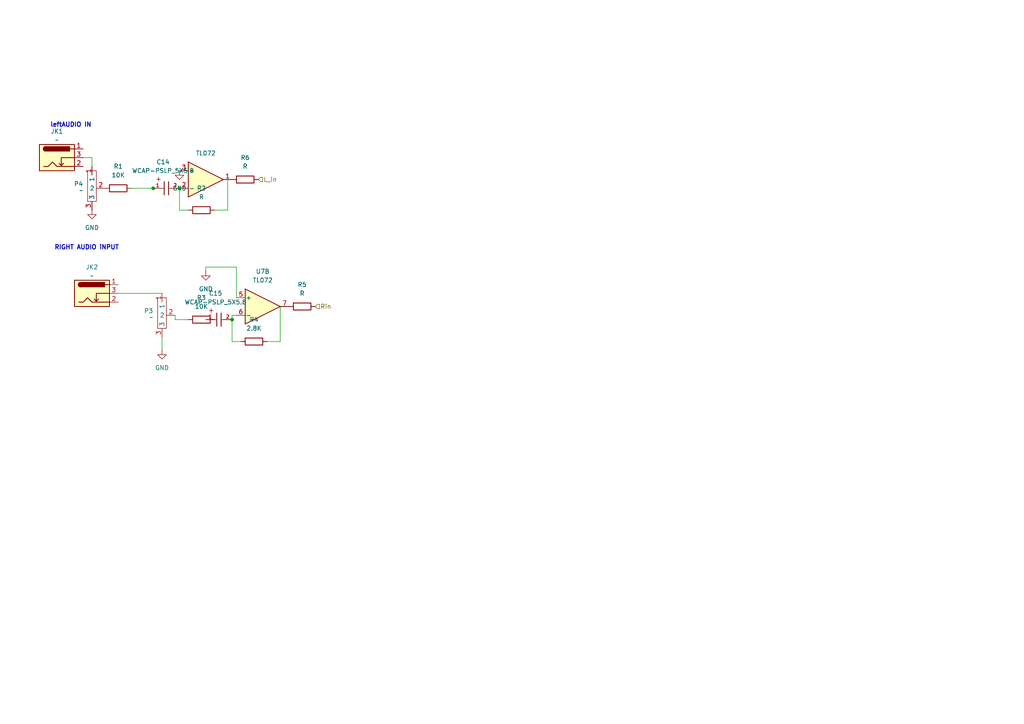
<source format=kicad_sch>
(kicad_sch
	(version 20231120)
	(generator "eeschema")
	(generator_version "8.0")
	(uuid "875d2c91-6325-4eed-92f5-a9778ccb833c")
	(paper "A4")
	(lib_symbols
		(symbol "Amplifier_Operational:TL072"
			(pin_names
				(offset 0.127)
			)
			(exclude_from_sim no)
			(in_bom yes)
			(on_board yes)
			(property "Reference" "U"
				(at 0 5.08 0)
				(effects
					(font
						(size 1.27 1.27)
					)
					(justify left)
				)
			)
			(property "Value" "TL072"
				(at 0 -5.08 0)
				(effects
					(font
						(size 1.27 1.27)
					)
					(justify left)
				)
			)
			(property "Footprint" ""
				(at 0 0 0)
				(effects
					(font
						(size 1.27 1.27)
					)
					(hide yes)
				)
			)
			(property "Datasheet" "http://www.ti.com/lit/ds/symlink/tl071.pdf"
				(at 0 0 0)
				(effects
					(font
						(size 1.27 1.27)
					)
					(hide yes)
				)
			)
			(property "Description" "Dual Low-Noise JFET-Input Operational Amplifiers, DIP-8/SOIC-8"
				(at 0 0 0)
				(effects
					(font
						(size 1.27 1.27)
					)
					(hide yes)
				)
			)
			(property "ki_locked" ""
				(at 0 0 0)
				(effects
					(font
						(size 1.27 1.27)
					)
				)
			)
			(property "ki_keywords" "dual opamp"
				(at 0 0 0)
				(effects
					(font
						(size 1.27 1.27)
					)
					(hide yes)
				)
			)
			(property "ki_fp_filters" "SOIC*3.9x4.9mm*P1.27mm* DIP*W7.62mm* TO*99* OnSemi*Micro8* TSSOP*3x3mm*P0.65mm* TSSOP*4.4x3mm*P0.65mm* MSOP*3x3mm*P0.65mm* SSOP*3.9x4.9mm*P0.635mm* LFCSP*2x2mm*P0.5mm* *SIP* SOIC*5.3x6.2mm*P1.27mm*"
				(at 0 0 0)
				(effects
					(font
						(size 1.27 1.27)
					)
					(hide yes)
				)
			)
			(symbol "TL072_1_1"
				(polyline
					(pts
						(xy -5.08 5.08) (xy 5.08 0) (xy -5.08 -5.08) (xy -5.08 5.08)
					)
					(stroke
						(width 0.254)
						(type default)
					)
					(fill
						(type background)
					)
				)
				(pin output line
					(at 7.62 0 180)
					(length 2.54)
					(name "~"
						(effects
							(font
								(size 1.27 1.27)
							)
						)
					)
					(number "1"
						(effects
							(font
								(size 1.27 1.27)
							)
						)
					)
				)
				(pin input line
					(at -7.62 -2.54 0)
					(length 2.54)
					(name "-"
						(effects
							(font
								(size 1.27 1.27)
							)
						)
					)
					(number "2"
						(effects
							(font
								(size 1.27 1.27)
							)
						)
					)
				)
				(pin input line
					(at -7.62 2.54 0)
					(length 2.54)
					(name "+"
						(effects
							(font
								(size 1.27 1.27)
							)
						)
					)
					(number "3"
						(effects
							(font
								(size 1.27 1.27)
							)
						)
					)
				)
			)
			(symbol "TL072_2_1"
				(polyline
					(pts
						(xy -5.08 5.08) (xy 5.08 0) (xy -5.08 -5.08) (xy -5.08 5.08)
					)
					(stroke
						(width 0.254)
						(type default)
					)
					(fill
						(type background)
					)
				)
				(pin input line
					(at -7.62 2.54 0)
					(length 2.54)
					(name "+"
						(effects
							(font
								(size 1.27 1.27)
							)
						)
					)
					(number "5"
						(effects
							(font
								(size 1.27 1.27)
							)
						)
					)
				)
				(pin input line
					(at -7.62 -2.54 0)
					(length 2.54)
					(name "-"
						(effects
							(font
								(size 1.27 1.27)
							)
						)
					)
					(number "6"
						(effects
							(font
								(size 1.27 1.27)
							)
						)
					)
				)
				(pin output line
					(at 7.62 0 180)
					(length 2.54)
					(name "~"
						(effects
							(font
								(size 1.27 1.27)
							)
						)
					)
					(number "7"
						(effects
							(font
								(size 1.27 1.27)
							)
						)
					)
				)
			)
			(symbol "TL072_3_1"
				(pin power_in line
					(at -2.54 -7.62 90)
					(length 3.81)
					(name "V-"
						(effects
							(font
								(size 1.27 1.27)
							)
						)
					)
					(number "4"
						(effects
							(font
								(size 1.27 1.27)
							)
						)
					)
				)
				(pin power_in line
					(at -2.54 7.62 270)
					(length 3.81)
					(name "V+"
						(effects
							(font
								(size 1.27 1.27)
							)
						)
					)
					(number "8"
						(effects
							(font
								(size 1.27 1.27)
							)
						)
					)
				)
			)
		)
		(symbol "Device:R"
			(pin_numbers hide)
			(pin_names
				(offset 0)
			)
			(exclude_from_sim no)
			(in_bom yes)
			(on_board yes)
			(property "Reference" "R"
				(at 2.032 0 90)
				(effects
					(font
						(size 1.27 1.27)
					)
				)
			)
			(property "Value" "R"
				(at 0 0 90)
				(effects
					(font
						(size 1.27 1.27)
					)
				)
			)
			(property "Footprint" ""
				(at -1.778 0 90)
				(effects
					(font
						(size 1.27 1.27)
					)
					(hide yes)
				)
			)
			(property "Datasheet" "~"
				(at 0 0 0)
				(effects
					(font
						(size 1.27 1.27)
					)
					(hide yes)
				)
			)
			(property "Description" "Resistor"
				(at 0 0 0)
				(effects
					(font
						(size 1.27 1.27)
					)
					(hide yes)
				)
			)
			(property "ki_keywords" "R res resistor"
				(at 0 0 0)
				(effects
					(font
						(size 1.27 1.27)
					)
					(hide yes)
				)
			)
			(property "ki_fp_filters" "R_*"
				(at 0 0 0)
				(effects
					(font
						(size 1.27 1.27)
					)
					(hide yes)
				)
			)
			(symbol "R_0_1"
				(rectangle
					(start -1.016 -2.54)
					(end 1.016 2.54)
					(stroke
						(width 0.254)
						(type default)
					)
					(fill
						(type none)
					)
				)
			)
			(symbol "R_1_1"
				(pin passive line
					(at 0 3.81 270)
					(length 1.27)
					(name "~"
						(effects
							(font
								(size 1.27 1.27)
							)
						)
					)
					(number "1"
						(effects
							(font
								(size 1.27 1.27)
							)
						)
					)
				)
				(pin passive line
					(at 0 -3.81 90)
					(length 1.27)
					(name "~"
						(effects
							(font
								(size 1.27 1.27)
							)
						)
					)
					(number "2"
						(effects
							(font
								(size 1.27 1.27)
							)
						)
					)
				)
			)
		)
		(symbol "esp32lib:LJE0352"
			(exclude_from_sim no)
			(in_bom yes)
			(on_board yes)
			(property "Reference" "JK"
				(at 0 0 0)
				(effects
					(font
						(size 1.27 1.27)
					)
				)
			)
			(property "Value" ""
				(at 0 0 0)
				(effects
					(font
						(size 1.27 1.27)
					)
				)
			)
			(property "Footprint" "customfootprints:LJE0352"
				(at 0 0 0)
				(effects
					(font
						(size 1.27 1.27)
					)
					(hide yes)
				)
			)
			(property "Datasheet" ""
				(at 0 0 0)
				(effects
					(font
						(size 1.27 1.27)
					)
					(hide yes)
				)
			)
			(property "Description" ""
				(at 0 0 0)
				(effects
					(font
						(size 1.27 1.27)
					)
					(hide yes)
				)
			)
			(symbol "LJE0352_0_1"
				(rectangle
					(start -12.7 6.35)
					(end -2.54 -1.27)
					(stroke
						(width 0.254)
						(type default)
					)
					(fill
						(type background)
					)
				)
				(arc
					(start -10.922 5.715)
					(mid -11.5543 5.08)
					(end -10.922 4.445)
					(stroke
						(width 0.254)
						(type default)
					)
					(fill
						(type none)
					)
				)
				(arc
					(start -10.922 5.715)
					(mid -11.5543 5.08)
					(end -10.922 4.445)
					(stroke
						(width 0.254)
						(type default)
					)
					(fill
						(type outline)
					)
				)
				(rectangle
					(start -3.937 5.715)
					(end -10.922 4.445)
					(stroke
						(width 0.254)
						(type default)
					)
					(fill
						(type outline)
					)
				)
				(polyline
					(pts
						(xy -6.35 0.254) (xy -5.715 0.889)
					)
					(stroke
						(width 0.254)
						(type default)
					)
					(fill
						(type none)
					)
				)
				(polyline
					(pts
						(xy -2.54 5.08) (xy -3.81 5.08)
					)
					(stroke
						(width 0.254)
						(type default)
					)
					(fill
						(type none)
					)
				)
				(polyline
					(pts
						(xy -2.54 2.54) (xy -6.35 2.54) (xy -6.35 0.254) (xy -6.985 0.889)
					)
					(stroke
						(width 0.254)
						(type default)
					)
					(fill
						(type none)
					)
				)
				(polyline
					(pts
						(xy -11.43 0) (xy -10.16 0) (xy -8.89 1.27) (xy -7.62 0) (xy -5.08 0) (xy -2.54 0)
					)
					(stroke
						(width 0.254)
						(type default)
					)
					(fill
						(type none)
					)
				)
			)
			(symbol "LJE0352_1_1"
				(pin passive line
					(at 0 5.08 180)
					(length 2.54)
					(name "~"
						(effects
							(font
								(size 1.27 1.27)
							)
						)
					)
					(number "1"
						(effects
							(font
								(size 1.27 1.27)
							)
						)
					)
				)
				(pin passive line
					(at 0 0 180)
					(length 2.54)
					(name "~"
						(effects
							(font
								(size 1.27 1.27)
							)
						)
					)
					(number "2"
						(effects
							(font
								(size 1.27 1.27)
							)
						)
					)
				)
				(pin passive line
					(at 0 2.54 180)
					(length 2.54)
					(name "~"
						(effects
							(font
								(size 1.27 1.27)
							)
						)
					)
					(number "3"
						(effects
							(font
								(size 1.27 1.27)
							)
						)
					)
				)
			)
		)
		(symbol "esp32lib:Pot"
			(exclude_from_sim no)
			(in_bom yes)
			(on_board yes)
			(property "Reference" "P"
				(at 2.032 2.286 0)
				(effects
					(font
						(size 1.27 1.27)
					)
				)
			)
			(property "Value" ""
				(at 0 0 0)
				(effects
					(font
						(size 1.27 1.27)
					)
				)
			)
			(property "Footprint" "9mmsonghuie"
				(at 12.192 -5.842 0)
				(effects
					(font
						(size 1.27 1.27)
					)
					(hide yes)
				)
			)
			(property "Datasheet" ""
				(at 0 0 0)
				(effects
					(font
						(size 1.27 1.27)
					)
					(hide yes)
				)
			)
			(property "Description" ""
				(at 0 0 0)
				(effects
					(font
						(size 1.27 1.27)
					)
					(hide yes)
				)
			)
			(property "ki_keywords" "9mmPotSongHuie"
				(at 0 0 0)
				(effects
					(font
						(size 1.27 1.27)
					)
					(hide yes)
				)
			)
			(symbol "Pot_0_1"
				(rectangle
					(start -1.27 3.81)
					(end 1.27 -5.08)
					(stroke
						(width 0)
						(type default)
					)
					(fill
						(type none)
					)
				)
			)
			(symbol "Pot_1_1"
				(pin input line
					(at 0 5.08 270)
					(length 2.54)
					(name "1"
						(effects
							(font
								(size 1.27 1.27)
							)
						)
					)
					(number "1"
						(effects
							(font
								(size 1.27 1.27)
							)
						)
					)
				)
				(pin input line
					(at 3.81 -1.27 180)
					(length 2.54)
					(name "2"
						(effects
							(font
								(size 1.27 1.27)
							)
						)
					)
					(number "2"
						(effects
							(font
								(size 1.27 1.27)
							)
						)
					)
				)
				(pin input line
					(at 0 -7.62 90)
					(length 2.54)
					(name "3"
						(effects
							(font
								(size 1.27 1.27)
							)
						)
					)
					(number "3"
						(effects
							(font
								(size 1.27 1.27)
							)
						)
					)
				)
			)
		)
		(symbol "esp32lib:WCAP-PSLP_5X5.8"
			(pin_names
				(offset 1.016)
			)
			(exclude_from_sim no)
			(in_bom yes)
			(on_board yes)
			(property "Reference" "C"
				(at 1.175 3.38 0)
				(effects
					(font
						(size 1.27 1.27)
					)
					(justify bottom)
				)
			)
			(property "Value" "WCAP-PSLP_5X5.8"
				(at 0.915 -5.075 0)
				(effects
					(font
						(size 1.27 1.27)
					)
					(justify bottom)
				)
			)
			(property "Footprint" "customfootprints:WCAP-PSLP_5X5.8_DXL_"
				(at 0 0 0)
				(effects
					(font
						(size 1.27 1.27)
					)
					(justify bottom)
					(hide yes)
				)
			)
			(property "Datasheet" ""
				(at 0 0 0)
				(effects
					(font
						(size 1.27 1.27)
					)
					(hide yes)
				)
			)
			(property "Description" ""
				(at 0 0 0)
				(effects
					(font
						(size 1.27 1.27)
					)
					(hide yes)
				)
			)
			(property "ki_keywords" "NP10uF"
				(at 0 0 0)
				(effects
					(font
						(size 1.27 1.27)
					)
					(hide yes)
				)
			)
			(symbol "WCAP-PSLP_5X5.8_0_0"
				(polyline
					(pts
						(xy 0 0) (xy 0.6426 0)
					)
					(stroke
						(width 0.1524)
						(type default)
					)
					(fill
						(type none)
					)
				)
				(polyline
					(pts
						(xy 0.635 -1.905) (xy 0.635 1.905)
					)
					(stroke
						(width 0.254)
						(type default)
					)
					(fill
						(type none)
					)
				)
				(polyline
					(pts
						(xy 1.905 1.905) (xy 1.905 -1.905)
					)
					(stroke
						(width 0.254)
						(type default)
					)
					(fill
						(type none)
					)
				)
				(polyline
					(pts
						(xy 1.9279 0) (xy 2.5705 0)
					)
					(stroke
						(width 0.1524)
						(type default)
					)
					(fill
						(type none)
					)
				)
				(text "+"
					(at 2.54 -1.905 0)
					(effects
						(font
							(size 1.4224 1.4224)
						)
						(justify left bottom)
					)
				)
				(pin passive line
					(at 5.08 0 180)
					(length 2.54)
					(name "~"
						(effects
							(font
								(size 1.016 1.016)
							)
						)
					)
					(number "1"
						(effects
							(font
								(size 1.016 1.016)
							)
						)
					)
				)
				(pin passive line
					(at -2.54 0 0)
					(length 2.54)
					(name "~"
						(effects
							(font
								(size 1.016 1.016)
							)
						)
					)
					(number "2"
						(effects
							(font
								(size 1.016 1.016)
							)
						)
					)
				)
			)
		)
		(symbol "power:GND"
			(power)
			(pin_numbers hide)
			(pin_names
				(offset 0) hide)
			(exclude_from_sim no)
			(in_bom yes)
			(on_board yes)
			(property "Reference" "#PWR"
				(at 0 -6.35 0)
				(effects
					(font
						(size 1.27 1.27)
					)
					(hide yes)
				)
			)
			(property "Value" "GND"
				(at 0 -3.81 0)
				(effects
					(font
						(size 1.27 1.27)
					)
				)
			)
			(property "Footprint" ""
				(at 0 0 0)
				(effects
					(font
						(size 1.27 1.27)
					)
					(hide yes)
				)
			)
			(property "Datasheet" ""
				(at 0 0 0)
				(effects
					(font
						(size 1.27 1.27)
					)
					(hide yes)
				)
			)
			(property "Description" "Power symbol creates a global label with name \"GND\" , ground"
				(at 0 0 0)
				(effects
					(font
						(size 1.27 1.27)
					)
					(hide yes)
				)
			)
			(property "ki_keywords" "global power"
				(at 0 0 0)
				(effects
					(font
						(size 1.27 1.27)
					)
					(hide yes)
				)
			)
			(symbol "GND_0_1"
				(polyline
					(pts
						(xy 0 0) (xy 0 -1.27) (xy 1.27 -1.27) (xy 0 -2.54) (xy -1.27 -1.27) (xy 0 -1.27)
					)
					(stroke
						(width 0)
						(type default)
					)
					(fill
						(type none)
					)
				)
			)
			(symbol "GND_1_1"
				(pin power_in line
					(at 0 0 270)
					(length 0)
					(name "~"
						(effects
							(font
								(size 1.27 1.27)
							)
						)
					)
					(number "1"
						(effects
							(font
								(size 1.27 1.27)
							)
						)
					)
				)
			)
		)
	)
	(junction
		(at 67.31 92.71)
		(diameter 0)
		(color 0 0 0 0)
		(uuid "5c512fd5-0c10-491c-82ac-4fa3e6def705")
	)
	(junction
		(at 52.07 54.61)
		(diameter 0)
		(color 0 0 0 0)
		(uuid "73459d68-e356-4afc-a1c4-a1913e9b7e18")
	)
	(junction
		(at 44.45 54.61)
		(diameter 0)
		(color 0 0 0 0)
		(uuid "fadefa85-d616-4c47-b1d3-ec53eb6b5e7c")
	)
	(wire
		(pts
			(xy 26.67 45.72) (xy 26.67 48.26)
		)
		(stroke
			(width 0)
			(type default)
		)
		(uuid "09a8d43c-2b17-4e24-be7d-372ee1eed75e")
	)
	(wire
		(pts
			(xy 68.58 77.47) (xy 59.69 77.47)
		)
		(stroke
			(width 0)
			(type default)
		)
		(uuid "0aefab83-edb4-47b2-b4cd-f2a0f199d998")
	)
	(wire
		(pts
			(xy 67.31 91.44) (xy 68.58 91.44)
		)
		(stroke
			(width 0)
			(type default)
		)
		(uuid "184a597f-6cb4-4d30-9239-aab089392f38")
	)
	(wire
		(pts
			(xy 24.13 45.72) (xy 26.67 45.72)
		)
		(stroke
			(width 0)
			(type default)
		)
		(uuid "1b0bdceb-8014-4f1c-8344-0e42abea7cd3")
	)
	(wire
		(pts
			(xy 68.58 86.36) (xy 68.58 77.47)
		)
		(stroke
			(width 0)
			(type default)
		)
		(uuid "250fcf99-7379-48f7-bca5-f6276a966252")
	)
	(wire
		(pts
			(xy 67.31 92.71) (xy 67.31 99.06)
		)
		(stroke
			(width 0)
			(type default)
		)
		(uuid "2951f2a9-18c5-4ebb-a55e-55f689005733")
	)
	(wire
		(pts
			(xy 38.1 54.61) (xy 44.45 54.61)
		)
		(stroke
			(width 0)
			(type default)
		)
		(uuid "2af9cc0a-62e2-4b89-bf40-696c7e01dfa6")
	)
	(wire
		(pts
			(xy 77.47 99.06) (xy 81.28 99.06)
		)
		(stroke
			(width 0)
			(type default)
		)
		(uuid "2d6e8e1f-d541-4a8e-9957-27e1a46aa6a3")
	)
	(wire
		(pts
			(xy 81.28 88.9) (xy 82.55 88.9)
		)
		(stroke
			(width 0)
			(type default)
		)
		(uuid "37238d76-74ce-4e04-afd6-852b4ba04615")
	)
	(wire
		(pts
			(xy 62.23 60.96) (xy 66.04 60.96)
		)
		(stroke
			(width 0)
			(type default)
		)
		(uuid "396d4833-ca0b-4e8f-9034-285199bdf104")
	)
	(wire
		(pts
			(xy 34.29 85.09) (xy 46.99 85.09)
		)
		(stroke
			(width 0)
			(type default)
		)
		(uuid "40aaf123-8a83-4a6e-8c5b-5e28dcb65a1c")
	)
	(wire
		(pts
			(xy 54.61 92.71) (xy 50.8 92.71)
		)
		(stroke
			(width 0)
			(type default)
		)
		(uuid "5c1e89a0-ea99-4137-8de2-4e8031459eaa")
	)
	(wire
		(pts
			(xy 44.45 54.61) (xy 46.99 54.61)
		)
		(stroke
			(width 0)
			(type default)
		)
		(uuid "6a7f5a3b-ea23-4d20-8bf3-bcaa69f4fb3c")
	)
	(wire
		(pts
			(xy 81.28 99.06) (xy 81.28 88.9)
		)
		(stroke
			(width 0)
			(type default)
		)
		(uuid "7593b70f-c502-4036-9bec-5ec3fe06c975")
	)
	(wire
		(pts
			(xy 54.61 60.96) (xy 52.07 60.96)
		)
		(stroke
			(width 0)
			(type default)
		)
		(uuid "792fb109-46b2-473e-aa94-760253ea29ef")
	)
	(wire
		(pts
			(xy 52.07 54.61) (xy 52.07 60.96)
		)
		(stroke
			(width 0)
			(type default)
		)
		(uuid "85cf7398-cf7b-4cce-9377-a84069095ae7")
	)
	(wire
		(pts
			(xy 59.69 77.47) (xy 59.69 78.74)
		)
		(stroke
			(width 0)
			(type default)
		)
		(uuid "8f55f24f-30f5-447d-a623-d93aa9ddc770")
	)
	(wire
		(pts
			(xy 69.85 99.06) (xy 67.31 99.06)
		)
		(stroke
			(width 0)
			(type default)
		)
		(uuid "9273f9d6-7f13-47e3-92b1-7b7d7e1bf0e7")
	)
	(wire
		(pts
			(xy 50.8 92.71) (xy 50.8 91.44)
		)
		(stroke
			(width 0)
			(type default)
		)
		(uuid "98301d8f-50b4-4f78-ab14-04934bfdd7db")
	)
	(wire
		(pts
			(xy 67.31 91.44) (xy 67.31 92.71)
		)
		(stroke
			(width 0)
			(type default)
		)
		(uuid "9ed43dd5-6408-4ef0-bc7c-3f118fd787b0")
	)
	(wire
		(pts
			(xy 66.04 52.07) (xy 66.04 60.96)
		)
		(stroke
			(width 0)
			(type default)
		)
		(uuid "d0ab78ee-e5a4-434f-b54e-93e13cfc2216")
	)
	(wire
		(pts
			(xy 46.99 101.6) (xy 46.99 97.79)
		)
		(stroke
			(width 0)
			(type default)
		)
		(uuid "d1d06f48-d67e-4cff-9791-e21185b43701")
	)
	(text "RIGHT AUDIO iNPUT\n"
		(exclude_from_sim no)
		(at 25.146 71.882 0)
		(effects
			(font
				(size 1.27 1.27)
				(thickness 0.254)
				(bold yes)
			)
		)
		(uuid "9697d72e-0cb7-4209-aee5-df98681a8957")
	)
	(text "leftAUDIO IN\n"
		(exclude_from_sim no)
		(at 20.574 36.322 0)
		(effects
			(font
				(size 1.27 1.27)
				(thickness 0.254)
				(bold yes)
			)
		)
		(uuid "c30d2ff8-3058-498d-99b0-79adfa19b281")
	)
	(hierarchical_label "Rin"
		(shape input)
		(at 91.44 88.9 0)
		(effects
			(font
				(size 1.27 1.27)
			)
			(justify left)
		)
		(uuid "0482d661-7f29-40db-a718-b2bea02f8289")
	)
	(hierarchical_label "L_in"
		(shape input)
		(at 74.93 52.07 0)
		(effects
			(font
				(size 1.27 1.27)
			)
			(justify left)
		)
		(uuid "0ec96b42-d428-4cd8-94d5-9ac40e1e58dd")
	)
	(symbol
		(lib_id "Device:R")
		(at 71.12 52.07 90)
		(unit 1)
		(exclude_from_sim no)
		(in_bom yes)
		(on_board yes)
		(dnp no)
		(fields_autoplaced yes)
		(uuid "02b52268-d9db-4319-a0ea-c13a17830019")
		(property "Reference" "R6"
			(at 71.12 45.72 90)
			(effects
				(font
					(size 1.27 1.27)
				)
			)
		)
		(property "Value" "R"
			(at 71.12 48.26 90)
			(effects
				(font
					(size 1.27 1.27)
				)
			)
		)
		(property "Footprint" ""
			(at 71.12 53.848 90)
			(effects
				(font
					(size 1.27 1.27)
				)
				(hide yes)
			)
		)
		(property "Datasheet" "~"
			(at 71.12 52.07 0)
			(effects
				(font
					(size 1.27 1.27)
				)
				(hide yes)
			)
		)
		(property "Description" "Resistor"
			(at 71.12 52.07 0)
			(effects
				(font
					(size 1.27 1.27)
				)
				(hide yes)
			)
		)
		(pin "1"
			(uuid "d582ae8d-36c9-4f9d-9d78-4ab04728767d")
		)
		(pin "2"
			(uuid "78fa66d6-4444-41ee-8eb3-a697e6eeabd9")
		)
		(instances
			(project "esp32"
				(path "/c4754426-a41b-4341-9d09-2e389619f3d6/32d637b3-b81c-4082-b7fa-739e0cc157fd/c3ee90a3-3bf6-46a1-8e78-8639215a2e13"
					(reference "R6")
					(unit 1)
				)
			)
		)
	)
	(symbol
		(lib_id "power:GND")
		(at 59.69 78.74 0)
		(unit 1)
		(exclude_from_sim no)
		(in_bom yes)
		(on_board yes)
		(dnp no)
		(fields_autoplaced yes)
		(uuid "0c24ea55-90a0-4259-968f-fb5ed8478353")
		(property "Reference" "#PWR36"
			(at 59.69 85.09 0)
			(effects
				(font
					(size 1.27 1.27)
				)
				(hide yes)
			)
		)
		(property "Value" "GND"
			(at 59.69 83.82 0)
			(effects
				(font
					(size 1.27 1.27)
				)
			)
		)
		(property "Footprint" ""
			(at 59.69 78.74 0)
			(effects
				(font
					(size 1.27 1.27)
				)
				(hide yes)
			)
		)
		(property "Datasheet" ""
			(at 59.69 78.74 0)
			(effects
				(font
					(size 1.27 1.27)
				)
				(hide yes)
			)
		)
		(property "Description" "Power symbol creates a global label with name \"GND\" , ground"
			(at 59.69 78.74 0)
			(effects
				(font
					(size 1.27 1.27)
				)
				(hide yes)
			)
		)
		(pin "1"
			(uuid "21c6378d-4d4c-4bb5-be9e-e358e8e45ce4")
		)
		(instances
			(project ""
				(path "/c4754426-a41b-4341-9d09-2e389619f3d6/32d637b3-b81c-4082-b7fa-739e0cc157fd/c3ee90a3-3bf6-46a1-8e78-8639215a2e13"
					(reference "#PWR36")
					(unit 1)
				)
			)
		)
	)
	(symbol
		(lib_id "power:GND")
		(at 52.07 49.53 0)
		(unit 1)
		(exclude_from_sim no)
		(in_bom yes)
		(on_board yes)
		(dnp no)
		(fields_autoplaced yes)
		(uuid "1338716f-9912-4b1d-a705-5b0d0dad4f27")
		(property "Reference" "#PWR30"
			(at 52.07 55.88 0)
			(effects
				(font
					(size 1.27 1.27)
				)
				(hide yes)
			)
		)
		(property "Value" "GND"
			(at 52.07 54.61 0)
			(effects
				(font
					(size 1.27 1.27)
				)
			)
		)
		(property "Footprint" ""
			(at 52.07 49.53 0)
			(effects
				(font
					(size 1.27 1.27)
				)
				(hide yes)
			)
		)
		(property "Datasheet" ""
			(at 52.07 49.53 0)
			(effects
				(font
					(size 1.27 1.27)
				)
				(hide yes)
			)
		)
		(property "Description" "Power symbol creates a global label with name \"GND\" , ground"
			(at 52.07 49.53 0)
			(effects
				(font
					(size 1.27 1.27)
				)
				(hide yes)
			)
		)
		(pin "1"
			(uuid "224c683b-9b4b-4688-9d4e-c232febf9b0b")
		)
		(instances
			(project ""
				(path "/c4754426-a41b-4341-9d09-2e389619f3d6/32d637b3-b81c-4082-b7fa-739e0cc157fd/c3ee90a3-3bf6-46a1-8e78-8639215a2e13"
					(reference "#PWR30")
					(unit 1)
				)
			)
		)
	)
	(symbol
		(lib_id "Amplifier_Operational:TL072")
		(at 76.2 88.9 0)
		(unit 2)
		(exclude_from_sim no)
		(in_bom yes)
		(on_board yes)
		(dnp no)
		(fields_autoplaced yes)
		(uuid "2a557b31-c8ce-4733-81ef-caf881bf7b24")
		(property "Reference" "U7"
			(at 76.2 78.74 0)
			(effects
				(font
					(size 1.27 1.27)
				)
			)
		)
		(property "Value" "TL072"
			(at 76.2 81.28 0)
			(effects
				(font
					(size 1.27 1.27)
				)
			)
		)
		(property "Footprint" ""
			(at 76.2 88.9 0)
			(effects
				(font
					(size 1.27 1.27)
				)
				(hide yes)
			)
		)
		(property "Datasheet" "http://www.ti.com/lit/ds/symlink/tl071.pdf"
			(at 76.2 88.9 0)
			(effects
				(font
					(size 1.27 1.27)
				)
				(hide yes)
			)
		)
		(property "Description" "Dual Low-Noise JFET-Input Operational Amplifiers, DIP-8/SOIC-8"
			(at 76.2 88.9 0)
			(effects
				(font
					(size 1.27 1.27)
				)
				(hide yes)
			)
		)
		(pin "3"
			(uuid "fa88937e-b984-4b55-a1ca-cf6f56d0a104")
		)
		(pin "1"
			(uuid "8cdf1271-c2a1-46e1-98e7-c61838f484f5")
		)
		(pin "2"
			(uuid "afd25439-5549-446d-ad25-89b58c37be00")
		)
		(pin "5"
			(uuid "a8461d26-c054-4ff0-b931-5e431425f175")
		)
		(pin "6"
			(uuid "796ccd6a-d74a-4b94-8cf5-d76f90874627")
		)
		(pin "7"
			(uuid "73de30db-3eca-41dc-818d-dff88e8c81de")
		)
		(pin "4"
			(uuid "3f3006ee-7d2c-4060-8090-c1714ff20d97")
		)
		(pin "8"
			(uuid "556405b3-8ac4-45f1-92a5-dda17cdc8017")
		)
		(instances
			(project ""
				(path "/c4754426-a41b-4341-9d09-2e389619f3d6/32d637b3-b81c-4082-b7fa-739e0cc157fd/c3ee90a3-3bf6-46a1-8e78-8639215a2e13"
					(reference "U7")
					(unit 2)
				)
			)
		)
	)
	(symbol
		(lib_id "esp32lib:Pot")
		(at 26.67 53.34 0)
		(unit 1)
		(exclude_from_sim no)
		(in_bom yes)
		(on_board yes)
		(dnp no)
		(fields_autoplaced yes)
		(uuid "3fa731c4-0c74-4b47-99db-f6a7e4945329")
		(property "Reference" "P4"
			(at 24.13 53.3399 0)
			(effects
				(font
					(size 1.27 1.27)
				)
				(justify right)
			)
		)
		(property "Value" "~"
			(at 24.13 55.245 0)
			(effects
				(font
					(size 1.27 1.27)
				)
				(justify right)
			)
		)
		(property "Footprint" "9mmsonghuie"
			(at 38.862 59.182 0)
			(effects
				(font
					(size 1.27 1.27)
				)
				(hide yes)
			)
		)
		(property "Datasheet" ""
			(at 26.67 53.34 0)
			(effects
				(font
					(size 1.27 1.27)
				)
				(hide yes)
			)
		)
		(property "Description" ""
			(at 26.67 53.34 0)
			(effects
				(font
					(size 1.27 1.27)
				)
				(hide yes)
			)
		)
		(pin "3"
			(uuid "92025321-5ab9-4ed2-b335-47072a31700d")
		)
		(pin "2"
			(uuid "7eac0ac3-dc0e-4cc0-a65e-045062ed842e")
		)
		(pin "1"
			(uuid "5279cba1-da40-4cf1-97b2-7b40d6e3a14a")
		)
		(instances
			(project ""
				(path "/c4754426-a41b-4341-9d09-2e389619f3d6/32d637b3-b81c-4082-b7fa-739e0cc157fd/c3ee90a3-3bf6-46a1-8e78-8639215a2e13"
					(reference "P4")
					(unit 1)
				)
			)
		)
	)
	(symbol
		(lib_id "esp32lib:LJE0352")
		(at 24.13 48.26 0)
		(unit 1)
		(exclude_from_sim no)
		(in_bom yes)
		(on_board yes)
		(dnp no)
		(fields_autoplaced yes)
		(uuid "4a85d548-9f29-4847-895a-1c03b941bfa6")
		(property "Reference" "JK1"
			(at 16.51 38.1 0)
			(effects
				(font
					(size 1.27 1.27)
				)
			)
		)
		(property "Value" "~"
			(at 16.51 40.64 0)
			(effects
				(font
					(size 1.27 1.27)
				)
			)
		)
		(property "Footprint" "customfootprints:LJE0352"
			(at 24.13 48.26 0)
			(effects
				(font
					(size 1.27 1.27)
				)
				(hide yes)
			)
		)
		(property "Datasheet" ""
			(at 24.13 48.26 0)
			(effects
				(font
					(size 1.27 1.27)
				)
				(hide yes)
			)
		)
		(property "Description" ""
			(at 24.13 48.26 0)
			(effects
				(font
					(size 1.27 1.27)
				)
				(hide yes)
			)
		)
		(pin "1"
			(uuid "49e5f970-6dda-4cfd-bcd2-7801c03597be")
		)
		(pin "2"
			(uuid "67d7770a-d08b-4b32-b04f-ec09f9a9a147")
		)
		(pin "3"
			(uuid "b6b658fe-e9af-40f3-8b96-4a918ee3ae3f")
		)
		(instances
			(project ""
				(path "/c4754426-a41b-4341-9d09-2e389619f3d6/32d637b3-b81c-4082-b7fa-739e0cc157fd/c3ee90a3-3bf6-46a1-8e78-8639215a2e13"
					(reference "JK1")
					(unit 1)
				)
			)
		)
	)
	(symbol
		(lib_id "Device:R")
		(at 58.42 60.96 90)
		(unit 1)
		(exclude_from_sim no)
		(in_bom yes)
		(on_board yes)
		(dnp no)
		(fields_autoplaced yes)
		(uuid "5d63ac91-61bc-4a88-8082-311fd07dd9fa")
		(property "Reference" "R2"
			(at 58.42 54.61 90)
			(effects
				(font
					(size 1.27 1.27)
				)
			)
		)
		(property "Value" "R"
			(at 58.42 57.15 90)
			(effects
				(font
					(size 1.27 1.27)
				)
			)
		)
		(property "Footprint" ""
			(at 58.42 62.738 90)
			(effects
				(font
					(size 1.27 1.27)
				)
				(hide yes)
			)
		)
		(property "Datasheet" "~"
			(at 58.42 60.96 0)
			(effects
				(font
					(size 1.27 1.27)
				)
				(hide yes)
			)
		)
		(property "Description" "Resistor"
			(at 58.42 60.96 0)
			(effects
				(font
					(size 1.27 1.27)
				)
				(hide yes)
			)
		)
		(pin "1"
			(uuid "540980f3-e0c3-451a-af4a-db0ac48ef90f")
		)
		(pin "2"
			(uuid "df7e890d-998c-4101-bd52-eb253054ab36")
		)
		(instances
			(project ""
				(path "/c4754426-a41b-4341-9d09-2e389619f3d6/32d637b3-b81c-4082-b7fa-739e0cc157fd/c3ee90a3-3bf6-46a1-8e78-8639215a2e13"
					(reference "R2")
					(unit 1)
				)
			)
		)
	)
	(symbol
		(lib_id "esp32lib:WCAP-PSLP_5X5.8")
		(at 64.77 92.71 180)
		(unit 1)
		(exclude_from_sim no)
		(in_bom yes)
		(on_board yes)
		(dnp no)
		(fields_autoplaced yes)
		(uuid "7c748dce-3389-4399-bcda-a851b54e1a1b")
		(property "Reference" "C15"
			(at 62.5331 85.09 0)
			(effects
				(font
					(size 1.27 1.27)
				)
			)
		)
		(property "Value" "WCAP-PSLP_5X5.8"
			(at 62.5331 87.63 0)
			(effects
				(font
					(size 1.27 1.27)
				)
			)
		)
		(property "Footprint" "customfootprints:WCAP-PSLP_5X5.8_DXL_"
			(at 64.77 92.71 0)
			(effects
				(font
					(size 1.27 1.27)
				)
				(justify bottom)
				(hide yes)
			)
		)
		(property "Datasheet" ""
			(at 64.77 92.71 0)
			(effects
				(font
					(size 1.27 1.27)
				)
				(hide yes)
			)
		)
		(property "Description" ""
			(at 64.77 92.71 0)
			(effects
				(font
					(size 1.27 1.27)
				)
				(hide yes)
			)
		)
		(pin "2"
			(uuid "d6eb1f5e-de73-401b-bd88-03327403b574")
		)
		(pin "1"
			(uuid "74f15bf3-a861-4cd5-bcf3-96e63ae8c467")
		)
		(instances
			(project ""
				(path "/c4754426-a41b-4341-9d09-2e389619f3d6/32d637b3-b81c-4082-b7fa-739e0cc157fd/c3ee90a3-3bf6-46a1-8e78-8639215a2e13"
					(reference "C15")
					(unit 1)
				)
			)
		)
	)
	(symbol
		(lib_id "Device:R")
		(at 34.29 54.61 90)
		(unit 1)
		(exclude_from_sim no)
		(in_bom yes)
		(on_board yes)
		(dnp no)
		(fields_autoplaced yes)
		(uuid "8ca42934-d12f-4415-aad8-1508842da70c")
		(property "Reference" "R1"
			(at 34.29 48.26 90)
			(effects
				(font
					(size 1.27 1.27)
				)
			)
		)
		(property "Value" "10K"
			(at 34.29 50.8 90)
			(effects
				(font
					(size 1.27 1.27)
				)
			)
		)
		(property "Footprint" ""
			(at 34.29 56.388 90)
			(effects
				(font
					(size 1.27 1.27)
				)
				(hide yes)
			)
		)
		(property "Datasheet" "~"
			(at 34.29 54.61 0)
			(effects
				(font
					(size 1.27 1.27)
				)
				(hide yes)
			)
		)
		(property "Description" "Resistor"
			(at 34.29 54.61 0)
			(effects
				(font
					(size 1.27 1.27)
				)
				(hide yes)
			)
		)
		(pin "1"
			(uuid "f529b75e-1263-43e8-b86f-ca6a69b93119")
		)
		(pin "2"
			(uuid "164450e7-dca2-4dd3-b20a-d763e5090cd8")
		)
		(instances
			(project ""
				(path "/c4754426-a41b-4341-9d09-2e389619f3d6/32d637b3-b81c-4082-b7fa-739e0cc157fd/c3ee90a3-3bf6-46a1-8e78-8639215a2e13"
					(reference "R1")
					(unit 1)
				)
			)
		)
	)
	(symbol
		(lib_id "Amplifier_Operational:TL072")
		(at 59.69 52.07 0)
		(unit 1)
		(exclude_from_sim no)
		(in_bom yes)
		(on_board yes)
		(dnp no)
		(fields_autoplaced yes)
		(uuid "8de2f2db-07e8-43a1-9d2c-fcddea556eb3")
		(property "Reference" "U8"
			(at 59.69 41.91 0)
			(effects
				(font
					(size 1.27 1.27)
				)
				(hide yes)
			)
		)
		(property "Value" "TL072"
			(at 59.69 44.45 0)
			(effects
				(font
					(size 1.27 1.27)
				)
			)
		)
		(property "Footprint" ""
			(at 59.69 52.07 0)
			(effects
				(font
					(size 1.27 1.27)
				)
				(hide yes)
			)
		)
		(property "Datasheet" "http://www.ti.com/lit/ds/symlink/tl071.pdf"
			(at 59.69 52.07 0)
			(effects
				(font
					(size 1.27 1.27)
				)
				(hide yes)
			)
		)
		(property "Description" "Dual Low-Noise JFET-Input Operational Amplifiers, DIP-8/SOIC-8"
			(at 59.69 52.07 0)
			(effects
				(font
					(size 1.27 1.27)
				)
				(hide yes)
			)
		)
		(pin "3"
			(uuid "fa88937e-b984-4b55-a1ca-cf6f56d0a105")
		)
		(pin "1"
			(uuid "8cdf1271-c2a1-46e1-98e7-c61838f484f6")
		)
		(pin "2"
			(uuid "afd25439-5549-446d-ad25-89b58c37be01")
		)
		(pin "5"
			(uuid "a8461d26-c054-4ff0-b931-5e431425f176")
		)
		(pin "6"
			(uuid "796ccd6a-d74a-4b94-8cf5-d76f90874628")
		)
		(pin "7"
			(uuid "73de30db-3eca-41dc-818d-dff88e8c81df")
		)
		(pin "4"
			(uuid "3f3006ee-7d2c-4060-8090-c1714ff20d98")
		)
		(pin "8"
			(uuid "556405b3-8ac4-45f1-92a5-dda17cdc8018")
		)
		(instances
			(project ""
				(path "/c4754426-a41b-4341-9d09-2e389619f3d6/32d637b3-b81c-4082-b7fa-739e0cc157fd/c3ee90a3-3bf6-46a1-8e78-8639215a2e13"
					(reference "U8")
					(unit 1)
				)
			)
		)
	)
	(symbol
		(lib_id "esp32lib:LJE0352")
		(at 34.29 87.63 0)
		(unit 1)
		(exclude_from_sim no)
		(in_bom yes)
		(on_board yes)
		(dnp no)
		(fields_autoplaced yes)
		(uuid "9319540a-a3bc-4943-9367-dd86e81e1f62")
		(property "Reference" "JK2"
			(at 26.67 77.47 0)
			(effects
				(font
					(size 1.27 1.27)
				)
			)
		)
		(property "Value" "~"
			(at 26.67 80.01 0)
			(effects
				(font
					(size 1.27 1.27)
				)
			)
		)
		(property "Footprint" "customfootprints:LJE0352"
			(at 34.29 87.63 0)
			(effects
				(font
					(size 1.27 1.27)
				)
				(hide yes)
			)
		)
		(property "Datasheet" ""
			(at 34.29 87.63 0)
			(effects
				(font
					(size 1.27 1.27)
				)
				(hide yes)
			)
		)
		(property "Description" ""
			(at 34.29 87.63 0)
			(effects
				(font
					(size 1.27 1.27)
				)
				(hide yes)
			)
		)
		(pin "2"
			(uuid "330d78ba-3c8c-4ce7-929b-01eee530e455")
		)
		(pin "3"
			(uuid "e9843fce-c6bb-491d-9fbd-5b57a98512a3")
		)
		(pin "1"
			(uuid "600b63e7-b90a-417f-91b7-d71ec7148ebf")
		)
		(instances
			(project ""
				(path "/c4754426-a41b-4341-9d09-2e389619f3d6/32d637b3-b81c-4082-b7fa-739e0cc157fd/c3ee90a3-3bf6-46a1-8e78-8639215a2e13"
					(reference "JK2")
					(unit 1)
				)
			)
		)
	)
	(symbol
		(lib_id "esp32lib:WCAP-PSLP_5X5.8")
		(at 49.53 54.61 180)
		(unit 1)
		(exclude_from_sim no)
		(in_bom yes)
		(on_board yes)
		(dnp no)
		(fields_autoplaced yes)
		(uuid "9535a0de-0a58-41ab-8c3d-6ceac797c114")
		(property "Reference" "C14"
			(at 47.2931 46.99 0)
			(effects
				(font
					(size 1.27 1.27)
				)
			)
		)
		(property "Value" "WCAP-PSLP_5X5.8"
			(at 47.2931 49.53 0)
			(effects
				(font
					(size 1.27 1.27)
				)
			)
		)
		(property "Footprint" "customfootprints:WCAP-PSLP_5X5.8_DXL_"
			(at 49.53 54.61 0)
			(effects
				(font
					(size 1.27 1.27)
				)
				(justify bottom)
				(hide yes)
			)
		)
		(property "Datasheet" ""
			(at 49.53 54.61 0)
			(effects
				(font
					(size 1.27 1.27)
				)
				(hide yes)
			)
		)
		(property "Description" ""
			(at 49.53 54.61 0)
			(effects
				(font
					(size 1.27 1.27)
				)
				(hide yes)
			)
		)
		(pin "1"
			(uuid "f94ad58d-60be-4f96-9b3b-857d6d5187ee")
		)
		(pin "2"
			(uuid "4999cd5d-ea14-422c-8533-4110db5f5ab8")
		)
		(instances
			(project ""
				(path "/c4754426-a41b-4341-9d09-2e389619f3d6/32d637b3-b81c-4082-b7fa-739e0cc157fd/c3ee90a3-3bf6-46a1-8e78-8639215a2e13"
					(reference "C14")
					(unit 1)
				)
			)
		)
	)
	(symbol
		(lib_id "Device:R")
		(at 58.42 92.71 90)
		(unit 1)
		(exclude_from_sim no)
		(in_bom yes)
		(on_board yes)
		(dnp no)
		(fields_autoplaced yes)
		(uuid "a2d44b6a-85b2-435d-b587-d8432237de0f")
		(property "Reference" "R3"
			(at 58.42 86.36 90)
			(effects
				(font
					(size 1.27 1.27)
				)
			)
		)
		(property "Value" "10K"
			(at 58.42 88.9 90)
			(effects
				(font
					(size 1.27 1.27)
				)
			)
		)
		(property "Footprint" ""
			(at 58.42 94.488 90)
			(effects
				(font
					(size 1.27 1.27)
				)
				(hide yes)
			)
		)
		(property "Datasheet" "~"
			(at 58.42 92.71 0)
			(effects
				(font
					(size 1.27 1.27)
				)
				(hide yes)
			)
		)
		(property "Description" "Resistor"
			(at 58.42 92.71 0)
			(effects
				(font
					(size 1.27 1.27)
				)
				(hide yes)
			)
		)
		(pin "2"
			(uuid "eec6d9f8-660d-449a-8de5-cb90577aa792")
		)
		(pin "1"
			(uuid "2b465aee-1cbc-41c6-912c-e9a9b5718d43")
		)
		(instances
			(project ""
				(path "/c4754426-a41b-4341-9d09-2e389619f3d6/32d637b3-b81c-4082-b7fa-739e0cc157fd/c3ee90a3-3bf6-46a1-8e78-8639215a2e13"
					(reference "R3")
					(unit 1)
				)
			)
		)
	)
	(symbol
		(lib_id "esp32lib:Pot")
		(at 46.99 90.17 0)
		(unit 1)
		(exclude_from_sim no)
		(in_bom yes)
		(on_board yes)
		(dnp no)
		(fields_autoplaced yes)
		(uuid "afe969aa-eafe-4e9c-a56e-ea7aa2a2095f")
		(property "Reference" "P3"
			(at 44.45 90.1699 0)
			(effects
				(font
					(size 1.27 1.27)
				)
				(justify right)
			)
		)
		(property "Value" "~"
			(at 44.45 92.075 0)
			(effects
				(font
					(size 1.27 1.27)
				)
				(justify right)
			)
		)
		(property "Footprint" "9mmsonghuie"
			(at 59.182 96.012 0)
			(effects
				(font
					(size 1.27 1.27)
				)
				(hide yes)
			)
		)
		(property "Datasheet" ""
			(at 46.99 90.17 0)
			(effects
				(font
					(size 1.27 1.27)
				)
				(hide yes)
			)
		)
		(property "Description" ""
			(at 46.99 90.17 0)
			(effects
				(font
					(size 1.27 1.27)
				)
				(hide yes)
			)
		)
		(pin "1"
			(uuid "95ec4006-5e9c-4647-b2fd-8132a318fb04")
		)
		(pin "2"
			(uuid "a9a18a46-7692-4546-b390-00b97671e103")
		)
		(pin "3"
			(uuid "03adaf0e-4eb7-4e41-9558-8a6e9b167d90")
		)
		(instances
			(project ""
				(path "/c4754426-a41b-4341-9d09-2e389619f3d6/32d637b3-b81c-4082-b7fa-739e0cc157fd/c3ee90a3-3bf6-46a1-8e78-8639215a2e13"
					(reference "P3")
					(unit 1)
				)
			)
		)
	)
	(symbol
		(lib_id "power:GND")
		(at 46.99 101.6 0)
		(unit 1)
		(exclude_from_sim no)
		(in_bom yes)
		(on_board yes)
		(dnp no)
		(fields_autoplaced yes)
		(uuid "b2f3f687-f160-4d79-9fee-6f44dcc6fcf6")
		(property "Reference" "#PWR37"
			(at 46.99 107.95 0)
			(effects
				(font
					(size 1.27 1.27)
				)
				(hide yes)
			)
		)
		(property "Value" "GND"
			(at 46.99 106.68 0)
			(effects
				(font
					(size 1.27 1.27)
				)
			)
		)
		(property "Footprint" ""
			(at 46.99 101.6 0)
			(effects
				(font
					(size 1.27 1.27)
				)
				(hide yes)
			)
		)
		(property "Datasheet" ""
			(at 46.99 101.6 0)
			(effects
				(font
					(size 1.27 1.27)
				)
				(hide yes)
			)
		)
		(property "Description" "Power symbol creates a global label with name \"GND\" , ground"
			(at 46.99 101.6 0)
			(effects
				(font
					(size 1.27 1.27)
				)
				(hide yes)
			)
		)
		(pin "1"
			(uuid "a38e1189-680a-47f7-a154-37f87cb67d74")
		)
		(instances
			(project ""
				(path "/c4754426-a41b-4341-9d09-2e389619f3d6/32d637b3-b81c-4082-b7fa-739e0cc157fd/c3ee90a3-3bf6-46a1-8e78-8639215a2e13"
					(reference "#PWR37")
					(unit 1)
				)
			)
		)
	)
	(symbol
		(lib_id "Device:R")
		(at 73.66 99.06 90)
		(unit 1)
		(exclude_from_sim no)
		(in_bom yes)
		(on_board yes)
		(dnp no)
		(fields_autoplaced yes)
		(uuid "bd75a71b-e391-40bb-bee6-306ede8aeb59")
		(property "Reference" "R4"
			(at 73.66 92.71 90)
			(effects
				(font
					(size 1.27 1.27)
				)
			)
		)
		(property "Value" "2.8K"
			(at 73.66 95.25 90)
			(effects
				(font
					(size 1.27 1.27)
				)
			)
		)
		(property "Footprint" ""
			(at 73.66 100.838 90)
			(effects
				(font
					(size 1.27 1.27)
				)
				(hide yes)
			)
		)
		(property "Datasheet" "~"
			(at 73.66 99.06 0)
			(effects
				(font
					(size 1.27 1.27)
				)
				(hide yes)
			)
		)
		(property "Description" "Resistor"
			(at 73.66 99.06 0)
			(effects
				(font
					(size 1.27 1.27)
				)
				(hide yes)
			)
		)
		(pin "1"
			(uuid "89cc5abe-a674-4ba4-b215-f0d9da2b85ed")
		)
		(pin "2"
			(uuid "c90af3f4-491c-4ffb-8854-d50f8dce6fbe")
		)
		(instances
			(project ""
				(path "/c4754426-a41b-4341-9d09-2e389619f3d6/32d637b3-b81c-4082-b7fa-739e0cc157fd/c3ee90a3-3bf6-46a1-8e78-8639215a2e13"
					(reference "R4")
					(unit 1)
				)
			)
		)
	)
	(symbol
		(lib_id "power:GND")
		(at 26.67 60.96 0)
		(unit 1)
		(exclude_from_sim no)
		(in_bom yes)
		(on_board yes)
		(dnp no)
		(fields_autoplaced yes)
		(uuid "e6edda93-af30-4f6a-bdeb-56b0ebbc1719")
		(property "Reference" "#PWR38"
			(at 26.67 67.31 0)
			(effects
				(font
					(size 1.27 1.27)
				)
				(hide yes)
			)
		)
		(property "Value" "GND"
			(at 26.67 66.04 0)
			(effects
				(font
					(size 1.27 1.27)
				)
			)
		)
		(property "Footprint" ""
			(at 26.67 60.96 0)
			(effects
				(font
					(size 1.27 1.27)
				)
				(hide yes)
			)
		)
		(property "Datasheet" ""
			(at 26.67 60.96 0)
			(effects
				(font
					(size 1.27 1.27)
				)
				(hide yes)
			)
		)
		(property "Description" "Power symbol creates a global label with name \"GND\" , ground"
			(at 26.67 60.96 0)
			(effects
				(font
					(size 1.27 1.27)
				)
				(hide yes)
			)
		)
		(pin "1"
			(uuid "ec797f67-61d6-4151-a741-c0fb35114c1d")
		)
		(instances
			(project ""
				(path "/c4754426-a41b-4341-9d09-2e389619f3d6/32d637b3-b81c-4082-b7fa-739e0cc157fd/c3ee90a3-3bf6-46a1-8e78-8639215a2e13"
					(reference "#PWR38")
					(unit 1)
				)
			)
		)
	)
	(symbol
		(lib_id "Device:R")
		(at 87.63 88.9 90)
		(unit 1)
		(exclude_from_sim no)
		(in_bom yes)
		(on_board yes)
		(dnp no)
		(fields_autoplaced yes)
		(uuid "f2686b26-a55a-422b-84b3-711d9b971137")
		(property "Reference" "R5"
			(at 87.63 82.55 90)
			(effects
				(font
					(size 1.27 1.27)
				)
			)
		)
		(property "Value" "R"
			(at 87.63 85.09 90)
			(effects
				(font
					(size 1.27 1.27)
				)
			)
		)
		(property "Footprint" ""
			(at 87.63 90.678 90)
			(effects
				(font
					(size 1.27 1.27)
				)
				(hide yes)
			)
		)
		(property "Datasheet" "~"
			(at 87.63 88.9 0)
			(effects
				(font
					(size 1.27 1.27)
				)
				(hide yes)
			)
		)
		(property "Description" "Resistor"
			(at 87.63 88.9 0)
			(effects
				(font
					(size 1.27 1.27)
				)
				(hide yes)
			)
		)
		(pin "1"
			(uuid "cb279c78-7def-4c08-bc7c-71976b93fd4a")
		)
		(pin "2"
			(uuid "69f40456-5484-4521-b25d-a72112227408")
		)
		(instances
			(project ""
				(path "/c4754426-a41b-4341-9d09-2e389619f3d6/32d637b3-b81c-4082-b7fa-739e0cc157fd/c3ee90a3-3bf6-46a1-8e78-8639215a2e13"
					(reference "R5")
					(unit 1)
				)
			)
		)
	)
)

</source>
